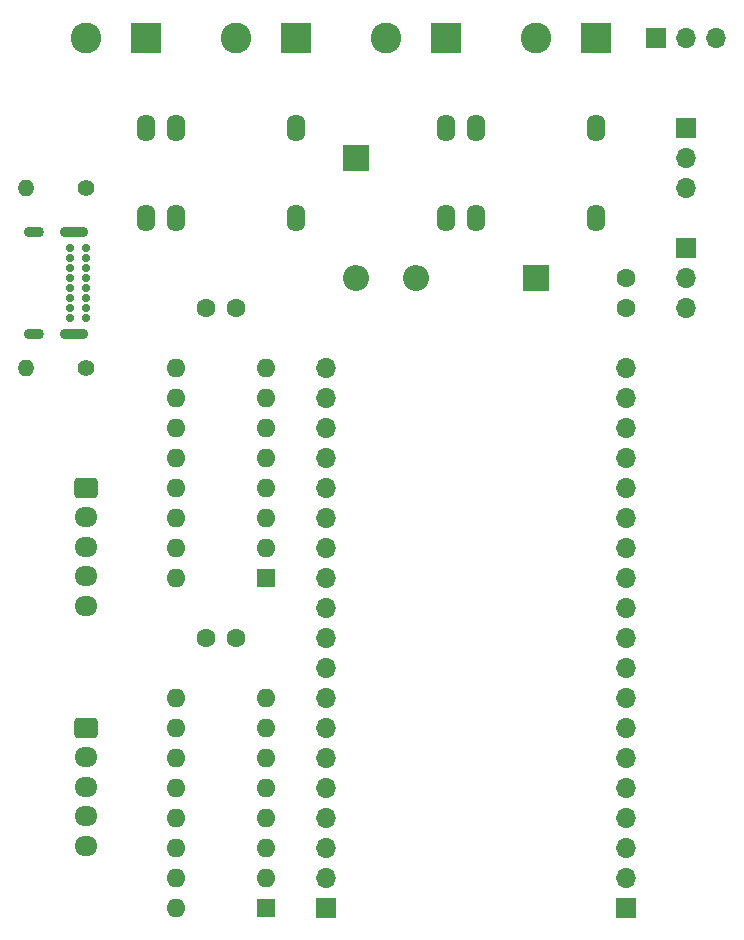
<source format=gbr>
%TF.GenerationSoftware,KiCad,Pcbnew,(6.0.4)*%
%TF.CreationDate,2022-05-24T10:51:08+02:00*%
%TF.ProjectId,XRTL_PCB,5852544c-5f50-4434-922e-6b696361645f,1.0*%
%TF.SameCoordinates,Original*%
%TF.FileFunction,Soldermask,Top*%
%TF.FilePolarity,Negative*%
%FSLAX46Y46*%
G04 Gerber Fmt 4.6, Leading zero omitted, Abs format (unit mm)*
G04 Created by KiCad (PCBNEW (6.0.4)) date 2022-05-24 10:51:08*
%MOMM*%
%LPD*%
G01*
G04 APERTURE LIST*
G04 Aperture macros list*
%AMRoundRect*
0 Rectangle with rounded corners*
0 $1 Rounding radius*
0 $2 $3 $4 $5 $6 $7 $8 $9 X,Y pos of 4 corners*
0 Add a 4 corners polygon primitive as box body*
4,1,4,$2,$3,$4,$5,$6,$7,$8,$9,$2,$3,0*
0 Add four circle primitives for the rounded corners*
1,1,$1+$1,$2,$3*
1,1,$1+$1,$4,$5*
1,1,$1+$1,$6,$7*
1,1,$1+$1,$8,$9*
0 Add four rect primitives between the rounded corners*
20,1,$1+$1,$2,$3,$4,$5,0*
20,1,$1+$1,$4,$5,$6,$7,0*
20,1,$1+$1,$6,$7,$8,$9,0*
20,1,$1+$1,$8,$9,$2,$3,0*%
G04 Aperture macros list end*
%ADD10C,1.400000*%
%ADD11O,1.400000X1.400000*%
%ADD12C,1.600000*%
%ADD13O,1.600000X2.300000*%
%ADD14R,2.600000X2.600000*%
%ADD15C,2.600000*%
%ADD16R,1.600000X1.600000*%
%ADD17O,1.600000X1.600000*%
%ADD18R,1.700000X1.700000*%
%ADD19O,1.700000X1.700000*%
%ADD20RoundRect,0.250000X-0.725000X0.600000X-0.725000X-0.600000X0.725000X-0.600000X0.725000X0.600000X0*%
%ADD21O,1.950000X1.700000*%
%ADD22R,2.200000X2.200000*%
%ADD23O,2.200000X2.200000*%
%ADD24C,0.700000*%
%ADD25O,1.700000X0.900000*%
%ADD26O,2.400000X0.900000*%
G04 APERTURE END LIST*
D10*
%TO.C,R1*%
X81280000Y-81280000D03*
D11*
X76200000Y-81280000D03*
%TD*%
D12*
%TO.C,C3*%
X127000000Y-76200000D03*
X127000000Y-73700000D03*
%TD*%
D13*
%TO.C,K2*%
X99060000Y-60960000D03*
X88900000Y-60960000D03*
X86360000Y-60960000D03*
X86360000Y-68580000D03*
X88900000Y-68580000D03*
X99060000Y-68580000D03*
%TD*%
%TO.C,K1*%
X124460000Y-60960000D03*
X114300000Y-60960000D03*
X111760000Y-60960000D03*
X111760000Y-68580000D03*
X114300000Y-68580000D03*
X124460000Y-68580000D03*
%TD*%
D14*
%TO.C,J6*%
X99060000Y-53340000D03*
D15*
X93980000Y-53340000D03*
%TD*%
D14*
%TO.C,J7*%
X124460000Y-53340000D03*
D15*
X119380000Y-53340000D03*
%TD*%
D16*
%TO.C,U2*%
X96520000Y-99060000D03*
D17*
X96520000Y-96520000D03*
X96520000Y-93980000D03*
X96520000Y-91440000D03*
X96520000Y-88900000D03*
X96520000Y-86360000D03*
X96520000Y-83820000D03*
X96520000Y-81280000D03*
X88900000Y-81280000D03*
X88900000Y-83820000D03*
X88900000Y-86360000D03*
X88900000Y-88900000D03*
X88900000Y-91440000D03*
X88900000Y-93980000D03*
X88900000Y-96520000D03*
X88900000Y-99060000D03*
%TD*%
D18*
%TO.C,J4*%
X127000000Y-127000000D03*
D19*
X127000000Y-124460000D03*
X127000000Y-121920000D03*
X127000000Y-119380000D03*
X127000000Y-116840000D03*
X127000000Y-114300000D03*
X127000000Y-111760000D03*
X127000000Y-109220000D03*
X127000000Y-106680000D03*
X127000000Y-104140000D03*
X127000000Y-101600000D03*
X127000000Y-99060000D03*
X127000000Y-96520000D03*
X127000000Y-93980000D03*
X127000000Y-91440000D03*
X127000000Y-88900000D03*
X127000000Y-86360000D03*
X127000000Y-83820000D03*
X127000000Y-81280000D03*
%TD*%
D14*
%TO.C,J9*%
X111760000Y-53340000D03*
D15*
X106680000Y-53340000D03*
%TD*%
D12*
%TO.C,C2*%
X91440000Y-76200000D03*
X93940000Y-76200000D03*
%TD*%
D10*
%TO.C,R2*%
X81280000Y-66040000D03*
D11*
X76200000Y-66040000D03*
%TD*%
D16*
%TO.C,U1*%
X96520000Y-127000000D03*
D17*
X96520000Y-124460000D03*
X96520000Y-121920000D03*
X96520000Y-119380000D03*
X96520000Y-116840000D03*
X96520000Y-114300000D03*
X96520000Y-111760000D03*
X96520000Y-109220000D03*
X88900000Y-109220000D03*
X88900000Y-111760000D03*
X88900000Y-114300000D03*
X88900000Y-116840000D03*
X88900000Y-119380000D03*
X88900000Y-121920000D03*
X88900000Y-124460000D03*
X88900000Y-127000000D03*
%TD*%
D20*
%TO.C,J2*%
X81280000Y-111760000D03*
D21*
X81280000Y-114260000D03*
X81280000Y-116760000D03*
X81280000Y-119260000D03*
X81280000Y-121760000D03*
%TD*%
D18*
%TO.C,J5*%
X101600000Y-127000000D03*
D19*
X101600000Y-124460000D03*
X101600000Y-121920000D03*
X101600000Y-119380000D03*
X101600000Y-116840000D03*
X101600000Y-114300000D03*
X101600000Y-111760000D03*
X101600000Y-109220000D03*
X101600000Y-106680000D03*
X101600000Y-104140000D03*
X101600000Y-101600000D03*
X101600000Y-99060000D03*
X101600000Y-96520000D03*
X101600000Y-93980000D03*
X101600000Y-91440000D03*
X101600000Y-88900000D03*
X101600000Y-86360000D03*
X101600000Y-83820000D03*
X101600000Y-81280000D03*
%TD*%
D18*
%TO.C,J10*%
X132080000Y-60960000D03*
D19*
X132080000Y-63500000D03*
X132080000Y-66040000D03*
%TD*%
D22*
%TO.C,D2*%
X119380000Y-73660000D03*
D23*
X109220000Y-73660000D03*
%TD*%
D20*
%TO.C,J3*%
X81280000Y-91440000D03*
D21*
X81280000Y-93940000D03*
X81280000Y-96440000D03*
X81280000Y-98940000D03*
X81280000Y-101440000D03*
%TD*%
D12*
%TO.C,C1*%
X91440000Y-104140000D03*
X93940000Y-104140000D03*
%TD*%
D14*
%TO.C,J8*%
X86360000Y-53340000D03*
D15*
X81280000Y-53340000D03*
%TD*%
D22*
%TO.C,D1*%
X104140000Y-63500000D03*
D23*
X104140000Y-73660000D03*
%TD*%
D18*
%TO.C,J11*%
X132080000Y-71120000D03*
D19*
X132080000Y-73660000D03*
X132080000Y-76200000D03*
%TD*%
D18*
%TO.C,J12*%
X129540000Y-53340000D03*
D19*
X132080000Y-53340000D03*
X134620000Y-53340000D03*
%TD*%
D24*
%TO.C,J13*%
X81280000Y-71120000D03*
X81280000Y-71970000D03*
X81280000Y-72820000D03*
X81280000Y-73670000D03*
X81280000Y-74520000D03*
X81280000Y-75370000D03*
X81280000Y-76220000D03*
X81280000Y-77070000D03*
X79930000Y-77070000D03*
X79930000Y-76220000D03*
X79930000Y-75370000D03*
X79930000Y-74520000D03*
X79930000Y-73670000D03*
X79930000Y-72820000D03*
X79930000Y-71970000D03*
X79930000Y-71120000D03*
D25*
X76920000Y-78420000D03*
D26*
X80300000Y-78420000D03*
X80300000Y-69770000D03*
D25*
X76920000Y-69770000D03*
%TD*%
M02*

</source>
